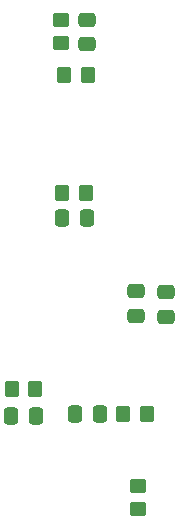
<source format=gbp>
G04 #@! TF.GenerationSoftware,KiCad,Pcbnew,9.0.6*
G04 #@! TF.CreationDate,2026-02-28T15:55:13-05:00*
G04 #@! TF.ProjectId,GoldenForm_1,476f6c64-656e-4466-9f72-6d5f312e6b69,rev?*
G04 #@! TF.SameCoordinates,Original*
G04 #@! TF.FileFunction,Paste,Bot*
G04 #@! TF.FilePolarity,Positive*
%FSLAX46Y46*%
G04 Gerber Fmt 4.6, Leading zero omitted, Abs format (unit mm)*
G04 Created by KiCad (PCBNEW 9.0.6) date 2026-02-28 15:55:13*
%MOMM*%
%LPD*%
G01*
G04 APERTURE LIST*
G04 Aperture macros list*
%AMRoundRect*
0 Rectangle with rounded corners*
0 $1 Rounding radius*
0 $2 $3 $4 $5 $6 $7 $8 $9 X,Y pos of 4 corners*
0 Add a 4 corners polygon primitive as box body*
4,1,4,$2,$3,$4,$5,$6,$7,$8,$9,$2,$3,0*
0 Add four circle primitives for the rounded corners*
1,1,$1+$1,$2,$3*
1,1,$1+$1,$4,$5*
1,1,$1+$1,$6,$7*
1,1,$1+$1,$8,$9*
0 Add four rect primitives between the rounded corners*
20,1,$1+$1,$2,$3,$4,$5,0*
20,1,$1+$1,$4,$5,$6,$7,0*
20,1,$1+$1,$6,$7,$8,$9,0*
20,1,$1+$1,$8,$9,$2,$3,0*%
G04 Aperture macros list end*
%ADD10RoundRect,0.250000X-0.350000X-0.450000X0.350000X-0.450000X0.350000X0.450000X-0.350000X0.450000X0*%
%ADD11RoundRect,0.250000X0.350000X0.450000X-0.350000X0.450000X-0.350000X-0.450000X0.350000X-0.450000X0*%
%ADD12RoundRect,0.250000X-0.337500X-0.475000X0.337500X-0.475000X0.337500X0.475000X-0.337500X0.475000X0*%
%ADD13RoundRect,0.250000X-0.450000X0.350000X-0.450000X-0.350000X0.450000X-0.350000X0.450000X0.350000X0*%
%ADD14RoundRect,0.250000X0.337500X0.475000X-0.337500X0.475000X-0.337500X-0.475000X0.337500X-0.475000X0*%
%ADD15RoundRect,0.250000X-0.475000X0.337500X-0.475000X-0.337500X0.475000X-0.337500X0.475000X0.337500X0*%
%ADD16RoundRect,0.250000X0.475000X-0.337500X0.475000X0.337500X-0.475000X0.337500X-0.475000X-0.337500X0*%
%ADD17RoundRect,0.250000X0.450000X-0.350000X0.450000X0.350000X-0.450000X0.350000X-0.450000X-0.350000X0*%
G04 APERTURE END LIST*
D10*
X111250000Y-57450000D03*
X113250000Y-57450000D03*
D11*
X118250000Y-86100000D03*
X116250000Y-86100000D03*
D12*
X106762500Y-86300000D03*
X108837500Y-86300000D03*
D13*
X117500000Y-92200000D03*
X117500000Y-94200000D03*
D14*
X113150000Y-69550000D03*
X111075000Y-69550000D03*
D15*
X113200000Y-52762500D03*
X113200000Y-54837500D03*
D10*
X111100000Y-67450000D03*
X113100000Y-67450000D03*
D16*
X119860000Y-77897500D03*
X119860000Y-75822500D03*
D17*
X111000000Y-54750000D03*
X111000000Y-52750000D03*
D11*
X108800000Y-84050000D03*
X106800000Y-84050000D03*
D12*
X112187500Y-86150000D03*
X114262500Y-86150000D03*
D16*
X117350000Y-77827500D03*
X117350000Y-75752500D03*
M02*

</source>
